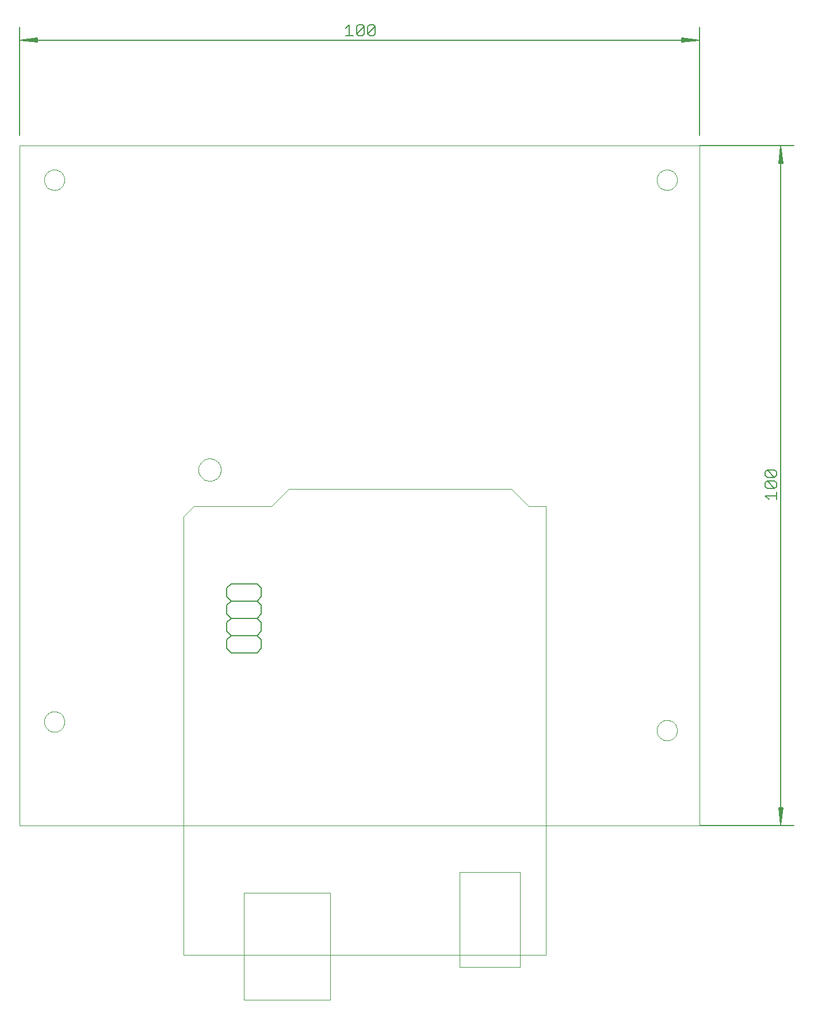
<source format=gbo>
G75*
%MOIN*%
%OFA0B0*%
%FSLAX24Y24*%
%IPPOS*%
%LPD*%
%AMOC8*
5,1,8,0,0,1.08239X$1,22.5*
%
%ADD10C,0.0000*%
%ADD11C,0.0051*%
%ADD12C,0.0060*%
D10*
X000180Y010200D02*
X000180Y049570D01*
X039550Y049570D01*
X039550Y010200D01*
X000180Y010200D01*
X001589Y016200D02*
X001591Y016248D01*
X001597Y016296D01*
X001607Y016343D01*
X001620Y016389D01*
X001638Y016434D01*
X001658Y016478D01*
X001683Y016520D01*
X001711Y016559D01*
X001741Y016596D01*
X001775Y016630D01*
X001812Y016662D01*
X001850Y016691D01*
X001891Y016716D01*
X001934Y016738D01*
X001979Y016756D01*
X002025Y016770D01*
X002072Y016781D01*
X002120Y016788D01*
X002168Y016791D01*
X002216Y016790D01*
X002264Y016785D01*
X002312Y016776D01*
X002358Y016764D01*
X002403Y016747D01*
X002447Y016727D01*
X002489Y016704D01*
X002529Y016677D01*
X002567Y016647D01*
X002602Y016614D01*
X002634Y016578D01*
X002664Y016540D01*
X002690Y016499D01*
X002712Y016456D01*
X002732Y016412D01*
X002747Y016367D01*
X002759Y016320D01*
X002767Y016272D01*
X002771Y016224D01*
X002771Y016176D01*
X002767Y016128D01*
X002759Y016080D01*
X002747Y016033D01*
X002732Y015988D01*
X002712Y015944D01*
X002690Y015901D01*
X002664Y015860D01*
X002634Y015822D01*
X002602Y015786D01*
X002567Y015753D01*
X002529Y015723D01*
X002489Y015696D01*
X002447Y015673D01*
X002403Y015653D01*
X002358Y015636D01*
X002312Y015624D01*
X002264Y015615D01*
X002216Y015610D01*
X002168Y015609D01*
X002120Y015612D01*
X002072Y015619D01*
X002025Y015630D01*
X001979Y015644D01*
X001934Y015662D01*
X001891Y015684D01*
X001850Y015709D01*
X001812Y015738D01*
X001775Y015770D01*
X001741Y015804D01*
X001711Y015841D01*
X001683Y015880D01*
X001658Y015922D01*
X001638Y015966D01*
X001620Y016011D01*
X001607Y016057D01*
X001597Y016104D01*
X001591Y016152D01*
X001589Y016200D01*
X009680Y028100D02*
X009680Y002700D01*
X030680Y002700D01*
X030680Y028700D01*
X029680Y028700D01*
X028680Y029700D01*
X015780Y029700D01*
X014780Y028700D01*
X010280Y028700D01*
X009680Y028100D01*
X010530Y030800D02*
X010532Y030850D01*
X010538Y030900D01*
X010548Y030950D01*
X010561Y030998D01*
X010578Y031046D01*
X010599Y031092D01*
X010623Y031136D01*
X010651Y031178D01*
X010682Y031218D01*
X010716Y031255D01*
X010753Y031290D01*
X010792Y031321D01*
X010833Y031350D01*
X010877Y031375D01*
X010923Y031397D01*
X010970Y031415D01*
X011018Y031429D01*
X011067Y031440D01*
X011117Y031447D01*
X011167Y031450D01*
X011218Y031449D01*
X011268Y031444D01*
X011318Y031435D01*
X011366Y031423D01*
X011414Y031406D01*
X011460Y031386D01*
X011505Y031363D01*
X011548Y031336D01*
X011588Y031306D01*
X011626Y031273D01*
X011661Y031237D01*
X011694Y031198D01*
X011723Y031157D01*
X011749Y031114D01*
X011772Y031069D01*
X011791Y031022D01*
X011806Y030974D01*
X011818Y030925D01*
X011826Y030875D01*
X011830Y030825D01*
X011830Y030775D01*
X011826Y030725D01*
X011818Y030675D01*
X011806Y030626D01*
X011791Y030578D01*
X011772Y030531D01*
X011749Y030486D01*
X011723Y030443D01*
X011694Y030402D01*
X011661Y030363D01*
X011626Y030327D01*
X011588Y030294D01*
X011548Y030264D01*
X011505Y030237D01*
X011460Y030214D01*
X011414Y030194D01*
X011366Y030177D01*
X011318Y030165D01*
X011268Y030156D01*
X011218Y030151D01*
X011167Y030150D01*
X011117Y030153D01*
X011067Y030160D01*
X011018Y030171D01*
X010970Y030185D01*
X010923Y030203D01*
X010877Y030225D01*
X010833Y030250D01*
X010792Y030279D01*
X010753Y030310D01*
X010716Y030345D01*
X010682Y030382D01*
X010651Y030422D01*
X010623Y030464D01*
X010599Y030508D01*
X010578Y030554D01*
X010561Y030602D01*
X010548Y030650D01*
X010538Y030700D01*
X010532Y030750D01*
X010530Y030800D01*
X001589Y047594D02*
X001591Y047642D01*
X001597Y047690D01*
X001607Y047737D01*
X001620Y047783D01*
X001638Y047828D01*
X001658Y047872D01*
X001683Y047914D01*
X001711Y047953D01*
X001741Y047990D01*
X001775Y048024D01*
X001812Y048056D01*
X001850Y048085D01*
X001891Y048110D01*
X001934Y048132D01*
X001979Y048150D01*
X002025Y048164D01*
X002072Y048175D01*
X002120Y048182D01*
X002168Y048185D01*
X002216Y048184D01*
X002264Y048179D01*
X002312Y048170D01*
X002358Y048158D01*
X002403Y048141D01*
X002447Y048121D01*
X002489Y048098D01*
X002529Y048071D01*
X002567Y048041D01*
X002602Y048008D01*
X002634Y047972D01*
X002664Y047934D01*
X002690Y047893D01*
X002712Y047850D01*
X002732Y047806D01*
X002747Y047761D01*
X002759Y047714D01*
X002767Y047666D01*
X002771Y047618D01*
X002771Y047570D01*
X002767Y047522D01*
X002759Y047474D01*
X002747Y047427D01*
X002732Y047382D01*
X002712Y047338D01*
X002690Y047295D01*
X002664Y047254D01*
X002634Y047216D01*
X002602Y047180D01*
X002567Y047147D01*
X002529Y047117D01*
X002489Y047090D01*
X002447Y047067D01*
X002403Y047047D01*
X002358Y047030D01*
X002312Y047018D01*
X002264Y047009D01*
X002216Y047004D01*
X002168Y047003D01*
X002120Y047006D01*
X002072Y047013D01*
X002025Y047024D01*
X001979Y047038D01*
X001934Y047056D01*
X001891Y047078D01*
X001850Y047103D01*
X001812Y047132D01*
X001775Y047164D01*
X001741Y047198D01*
X001711Y047235D01*
X001683Y047274D01*
X001658Y047316D01*
X001638Y047360D01*
X001620Y047405D01*
X001607Y047451D01*
X001597Y047498D01*
X001591Y047546D01*
X001589Y047594D01*
X025680Y007500D02*
X025680Y002000D01*
X029180Y002000D01*
X029180Y007500D01*
X025680Y007500D01*
X018180Y006300D02*
X018180Y000100D01*
X013180Y000100D01*
X013180Y006300D01*
X018180Y006300D01*
X037089Y015700D02*
X037091Y015748D01*
X037097Y015796D01*
X037107Y015843D01*
X037120Y015889D01*
X037138Y015934D01*
X037158Y015978D01*
X037183Y016020D01*
X037211Y016059D01*
X037241Y016096D01*
X037275Y016130D01*
X037312Y016162D01*
X037350Y016191D01*
X037391Y016216D01*
X037434Y016238D01*
X037479Y016256D01*
X037525Y016270D01*
X037572Y016281D01*
X037620Y016288D01*
X037668Y016291D01*
X037716Y016290D01*
X037764Y016285D01*
X037812Y016276D01*
X037858Y016264D01*
X037903Y016247D01*
X037947Y016227D01*
X037989Y016204D01*
X038029Y016177D01*
X038067Y016147D01*
X038102Y016114D01*
X038134Y016078D01*
X038164Y016040D01*
X038190Y015999D01*
X038212Y015956D01*
X038232Y015912D01*
X038247Y015867D01*
X038259Y015820D01*
X038267Y015772D01*
X038271Y015724D01*
X038271Y015676D01*
X038267Y015628D01*
X038259Y015580D01*
X038247Y015533D01*
X038232Y015488D01*
X038212Y015444D01*
X038190Y015401D01*
X038164Y015360D01*
X038134Y015322D01*
X038102Y015286D01*
X038067Y015253D01*
X038029Y015223D01*
X037989Y015196D01*
X037947Y015173D01*
X037903Y015153D01*
X037858Y015136D01*
X037812Y015124D01*
X037764Y015115D01*
X037716Y015110D01*
X037668Y015109D01*
X037620Y015112D01*
X037572Y015119D01*
X037525Y015130D01*
X037479Y015144D01*
X037434Y015162D01*
X037391Y015184D01*
X037350Y015209D01*
X037312Y015238D01*
X037275Y015270D01*
X037241Y015304D01*
X037211Y015341D01*
X037183Y015380D01*
X037158Y015422D01*
X037138Y015466D01*
X037120Y015511D01*
X037107Y015557D01*
X037097Y015604D01*
X037091Y015652D01*
X037089Y015700D01*
X037089Y047594D02*
X037091Y047642D01*
X037097Y047690D01*
X037107Y047737D01*
X037120Y047783D01*
X037138Y047828D01*
X037158Y047872D01*
X037183Y047914D01*
X037211Y047953D01*
X037241Y047990D01*
X037275Y048024D01*
X037312Y048056D01*
X037350Y048085D01*
X037391Y048110D01*
X037434Y048132D01*
X037479Y048150D01*
X037525Y048164D01*
X037572Y048175D01*
X037620Y048182D01*
X037668Y048185D01*
X037716Y048184D01*
X037764Y048179D01*
X037812Y048170D01*
X037858Y048158D01*
X037903Y048141D01*
X037947Y048121D01*
X037989Y048098D01*
X038029Y048071D01*
X038067Y048041D01*
X038102Y048008D01*
X038134Y047972D01*
X038164Y047934D01*
X038190Y047893D01*
X038212Y047850D01*
X038232Y047806D01*
X038247Y047761D01*
X038259Y047714D01*
X038267Y047666D01*
X038271Y047618D01*
X038271Y047570D01*
X038267Y047522D01*
X038259Y047474D01*
X038247Y047427D01*
X038232Y047382D01*
X038212Y047338D01*
X038190Y047295D01*
X038164Y047254D01*
X038134Y047216D01*
X038102Y047180D01*
X038067Y047147D01*
X038029Y047117D01*
X037989Y047090D01*
X037947Y047067D01*
X037903Y047047D01*
X037858Y047030D01*
X037812Y047018D01*
X037764Y047009D01*
X037716Y047004D01*
X037668Y047003D01*
X037620Y047006D01*
X037572Y047013D01*
X037525Y047024D01*
X037479Y047038D01*
X037434Y047056D01*
X037391Y047078D01*
X037350Y047103D01*
X037312Y047132D01*
X037275Y047164D01*
X037241Y047198D01*
X037211Y047235D01*
X037183Y047274D01*
X037158Y047316D01*
X037138Y047360D01*
X037120Y047405D01*
X037107Y047451D01*
X037097Y047498D01*
X037091Y047546D01*
X037089Y047594D01*
D11*
X039550Y049570D02*
X045042Y049570D01*
X044274Y049544D02*
X044377Y048546D01*
X044400Y048546D02*
X044274Y049544D01*
X044172Y048546D01*
X044149Y048546D02*
X044400Y048546D01*
X044326Y048546D02*
X044274Y049544D01*
X044223Y048546D01*
X044149Y048546D02*
X044274Y049544D01*
X044274Y010226D01*
X044377Y011224D01*
X044400Y011224D02*
X044274Y010226D01*
X044172Y011224D01*
X044149Y011224D02*
X044400Y011224D01*
X044326Y011224D02*
X044274Y010226D01*
X044223Y011224D01*
X044149Y011224D02*
X044274Y010226D01*
X045042Y010200D02*
X039550Y010200D01*
X039550Y050196D02*
X039550Y056468D01*
X039524Y055700D02*
X038526Y055598D01*
X038526Y055574D02*
X039524Y055700D01*
X038526Y055802D01*
X038526Y055826D02*
X038526Y055574D01*
X038526Y055649D02*
X039524Y055700D01*
X038526Y055751D01*
X038526Y055826D02*
X039524Y055700D01*
X000206Y055700D01*
X001204Y055598D01*
X001204Y055574D02*
X000206Y055700D01*
X001204Y055802D01*
X001204Y055826D02*
X001204Y055574D01*
X001204Y055649D02*
X000206Y055700D01*
X001204Y055751D01*
X001204Y055826D02*
X000206Y055700D01*
X000180Y056468D02*
X000180Y050196D01*
D12*
X019059Y055956D02*
X019486Y055956D01*
X019272Y055956D02*
X019272Y056597D01*
X019059Y056383D01*
X019703Y056490D02*
X019810Y056597D01*
X020024Y056597D01*
X020130Y056490D01*
X019703Y056063D01*
X019810Y055956D01*
X020024Y055956D01*
X020130Y056063D01*
X020130Y056490D01*
X020348Y056490D02*
X020348Y056063D01*
X020775Y056490D01*
X020775Y056063D01*
X020668Y055956D01*
X020455Y055956D01*
X020348Y056063D01*
X020348Y056490D02*
X020455Y056597D01*
X020668Y056597D01*
X020775Y056490D01*
X019703Y056490D02*
X019703Y056063D01*
X043485Y030795D02*
X043378Y030688D01*
X043378Y030475D01*
X043485Y030368D01*
X043912Y030368D01*
X043485Y030795D01*
X043912Y030795D01*
X044018Y030688D01*
X044018Y030475D01*
X043912Y030368D01*
X043912Y030150D02*
X043485Y030150D01*
X043912Y029723D01*
X044018Y029830D01*
X044018Y030044D01*
X043912Y030150D01*
X043912Y029723D02*
X043485Y029723D01*
X043378Y029830D01*
X043378Y030044D01*
X043485Y030150D01*
X044018Y029506D02*
X044018Y029079D01*
X044018Y029292D02*
X043378Y029292D01*
X043591Y029079D01*
X014180Y023950D02*
X014180Y023450D01*
X013930Y023200D01*
X012430Y023200D01*
X012180Y022950D01*
X012180Y022450D01*
X012430Y022200D01*
X013930Y022200D01*
X014180Y021950D01*
X014180Y021450D01*
X013930Y021200D01*
X014180Y020950D01*
X014180Y020450D01*
X013930Y020200D01*
X012430Y020200D01*
X012180Y020450D01*
X012180Y020950D01*
X012430Y021200D01*
X013930Y021200D01*
X013930Y022200D02*
X014180Y022450D01*
X014180Y022950D01*
X013930Y023200D01*
X014180Y023950D02*
X013930Y024200D01*
X012430Y024200D01*
X012180Y023950D01*
X012180Y023450D01*
X012430Y023200D01*
X012430Y022200D02*
X012180Y021950D01*
X012180Y021450D01*
X012430Y021200D01*
M02*

</source>
